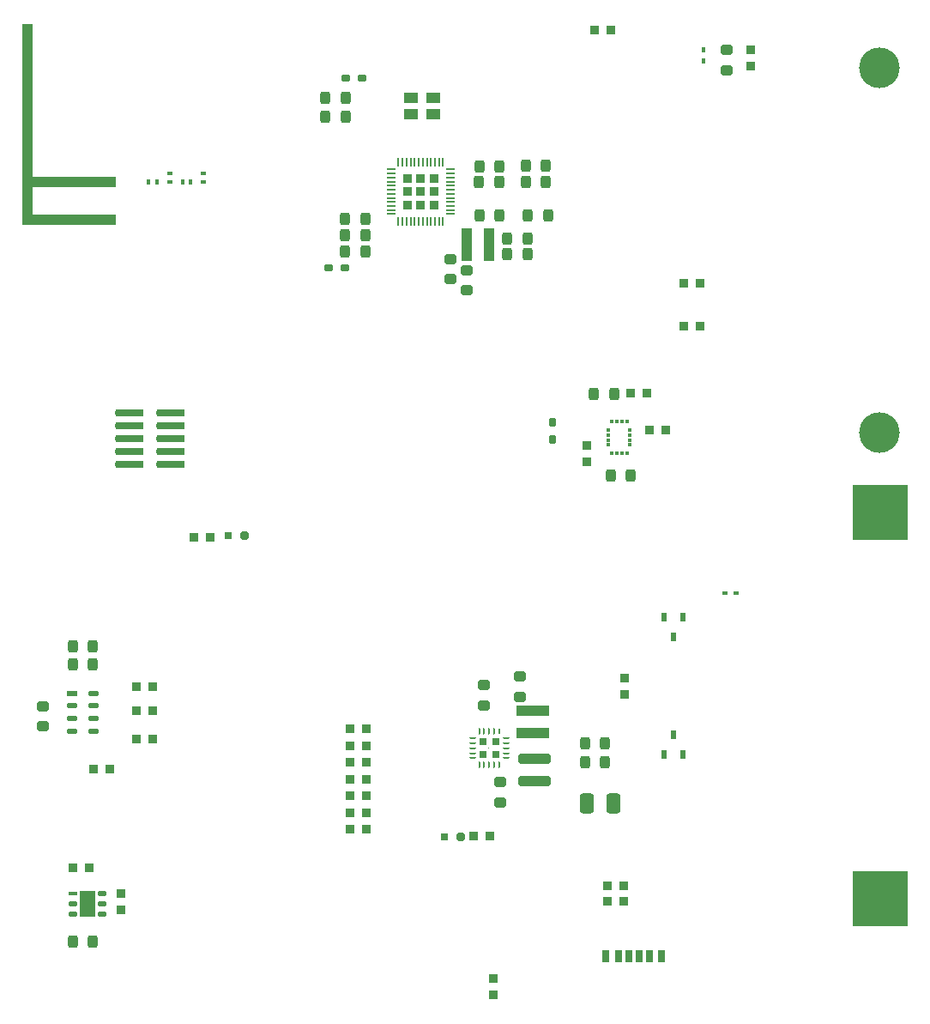
<source format=gtp>
G04*
G04 #@! TF.GenerationSoftware,Altium Limited,Altium Designer,24.1.2 (44)*
G04*
G04 Layer_Color=8421504*
%FSLAX44Y44*%
%MOMM*%
G71*
G04*
G04 #@! TF.SameCoordinates,E5ABD8C9-A6BE-45F1-A99E-A3D257ADB282*
G04*
G04*
G04 #@! TF.FilePolarity,Positive*
G04*
G01*
G75*
%ADD18R,0.9630X0.9630*%
%ADD19R,0.9630X0.9630*%
%ADD20R,0.7700X0.7700*%
G04:AMPARAMS|DCode=21|XSize=1.2mm|YSize=1mm|CornerRadius=0.25mm|HoleSize=0mm|Usage=FLASHONLY|Rotation=90.000|XOffset=0mm|YOffset=0mm|HoleType=Round|Shape=RoundedRectangle|*
%AMROUNDEDRECTD21*
21,1,1.2000,0.5000,0,0,90.0*
21,1,0.7000,1.0000,0,0,90.0*
1,1,0.5000,0.2500,0.3500*
1,1,0.5000,0.2500,-0.3500*
1,1,0.5000,-0.2500,-0.3500*
1,1,0.5000,-0.2500,0.3500*
%
%ADD21ROUNDEDRECTD21*%
G04:AMPARAMS|DCode=22|XSize=0.9mm|YSize=0.9mm|CornerRadius=0.225mm|HoleSize=0mm|Usage=FLASHONLY|Rotation=0.000|XOffset=0mm|YOffset=0mm|HoleType=Round|Shape=RoundedRectangle|*
%AMROUNDEDRECTD22*
21,1,0.9000,0.4500,0,0,0.0*
21,1,0.4500,0.9000,0,0,0.0*
1,1,0.4500,0.2250,-0.2250*
1,1,0.4500,-0.2250,-0.2250*
1,1,0.4500,-0.2250,0.2250*
1,1,0.4500,0.2250,0.2250*
%
%ADD22ROUNDEDRECTD22*%
%ADD23O,0.2200X0.8600*%
%ADD24R,0.2200X0.8600*%
%ADD25O,0.8600X0.2200*%
G04:AMPARAMS|DCode=26|XSize=1.2mm|YSize=1mm|CornerRadius=0.25mm|HoleSize=0mm|Usage=FLASHONLY|Rotation=0.000|XOffset=0mm|YOffset=0mm|HoleType=Round|Shape=RoundedRectangle|*
%AMROUNDEDRECTD26*
21,1,1.2000,0.5000,0,0,0.0*
21,1,0.7000,1.0000,0,0,0.0*
1,1,0.5000,0.3500,-0.2500*
1,1,0.5000,-0.3500,-0.2500*
1,1,0.5000,-0.3500,0.2500*
1,1,0.5000,0.3500,0.2500*
%
%ADD26ROUNDEDRECTD26*%
%ADD27R,5.5000X5.5000*%
G04:AMPARAMS|DCode=28|XSize=0.7mm|YSize=0.85mm|CornerRadius=0.175mm|HoleSize=0mm|Usage=FLASHONLY|Rotation=270.000|XOffset=0mm|YOffset=0mm|HoleType=Round|Shape=RoundedRectangle|*
%AMROUNDEDRECTD28*
21,1,0.7000,0.5000,0,0,270.0*
21,1,0.3500,0.8500,0,0,270.0*
1,1,0.3500,-0.2500,-0.1750*
1,1,0.3500,-0.2500,0.1750*
1,1,0.3500,0.2500,0.1750*
1,1,0.3500,0.2500,-0.1750*
%
%ADD28ROUNDEDRECTD28*%
%ADD29R,0.4500X0.5000*%
G04:AMPARAMS|DCode=30|XSize=2mm|YSize=1.4mm|CornerRadius=0.35mm|HoleSize=0mm|Usage=FLASHONLY|Rotation=90.000|XOffset=0mm|YOffset=0mm|HoleType=Round|Shape=RoundedRectangle|*
%AMROUNDEDRECTD30*
21,1,2.0000,0.7000,0,0,90.0*
21,1,1.3000,1.4000,0,0,90.0*
1,1,0.7000,0.3500,0.6500*
1,1,0.7000,0.3500,-0.6500*
1,1,0.7000,-0.3500,-0.6500*
1,1,0.7000,-0.3500,0.6500*
%
%ADD30ROUNDEDRECTD30*%
%ADD31R,0.5000X0.4500*%
G04:AMPARAMS|DCode=32|XSize=0.7mm|YSize=0.85mm|CornerRadius=0.175mm|HoleSize=0mm|Usage=FLASHONLY|Rotation=0.000|XOffset=0mm|YOffset=0mm|HoleType=Round|Shape=RoundedRectangle|*
%AMROUNDEDRECTD32*
21,1,0.7000,0.5000,0,0,0.0*
21,1,0.3500,0.8500,0,0,0.0*
1,1,0.3500,0.1750,-0.2500*
1,1,0.3500,-0.1750,-0.2500*
1,1,0.3500,-0.1750,0.2500*
1,1,0.3500,0.1750,0.2500*
%
%ADD32ROUNDEDRECTD32*%
%ADD33R,1.0000X3.2000*%
%ADD34R,0.8000X1.2000*%
%ADD35R,0.7600X1.2000*%
%ADD36R,0.7000X1.2000*%
%ADD37R,3.2000X1.0000*%
%ADD38R,0.8000X0.8000*%
G04:AMPARAMS|DCode=39|XSize=0.8mm|YSize=0.8mm|CornerRadius=0.2mm|HoleSize=0mm|Usage=FLASHONLY|Rotation=90.000|XOffset=0mm|YOffset=0mm|HoleType=Round|Shape=RoundedRectangle|*
%AMROUNDEDRECTD39*
21,1,0.8000,0.4000,0,0,90.0*
21,1,0.4000,0.8000,0,0,90.0*
1,1,0.4000,0.2000,0.2000*
1,1,0.4000,0.2000,-0.2000*
1,1,0.4000,-0.2000,-0.2000*
1,1,0.4000,-0.2000,0.2000*
%
%ADD39ROUNDEDRECTD39*%
G04:AMPARAMS|DCode=40|XSize=0.9mm|YSize=0.9mm|CornerRadius=0.225mm|HoleSize=0mm|Usage=FLASHONLY|Rotation=270.000|XOffset=0mm|YOffset=0mm|HoleType=Round|Shape=RoundedRectangle|*
%AMROUNDEDRECTD40*
21,1,0.9000,0.4500,0,0,270.0*
21,1,0.4500,0.9000,0,0,270.0*
1,1,0.4500,-0.2250,-0.2250*
1,1,0.4500,-0.2250,0.2250*
1,1,0.4500,0.2250,0.2250*
1,1,0.4500,0.2250,-0.2250*
%
%ADD40ROUNDEDRECTD40*%
G04:AMPARAMS|DCode=41|XSize=2.794mm|YSize=0.7366mm|CornerRadius=0.1842mm|HoleSize=0mm|Usage=FLASHONLY|Rotation=0.000|XOffset=0mm|YOffset=0mm|HoleType=Round|Shape=RoundedRectangle|*
%AMROUNDEDRECTD41*
21,1,2.7940,0.3683,0,0,0.0*
21,1,2.4257,0.7366,0,0,0.0*
1,1,0.3683,1.2129,-0.1842*
1,1,0.3683,-1.2129,-0.1842*
1,1,0.3683,-1.2129,0.1842*
1,1,0.3683,1.2129,0.1842*
%
%ADD41ROUNDEDRECTD41*%
%ADD42R,8.4074X1.0160*%
%ADD43R,0.9906X19.8628*%
%ADD44R,0.4000X0.5000*%
G04:AMPARAMS|DCode=45|XSize=0.5mm|YSize=0.4mm|CornerRadius=0.1mm|HoleSize=0mm|Usage=FLASHONLY|Rotation=270.000|XOffset=0mm|YOffset=0mm|HoleType=Round|Shape=RoundedRectangle|*
%AMROUNDEDRECTD45*
21,1,0.5000,0.2000,0,0,270.0*
21,1,0.3000,0.4000,0,0,270.0*
1,1,0.2000,-0.1000,-0.1500*
1,1,0.2000,-0.1000,0.1500*
1,1,0.2000,0.1000,0.1500*
1,1,0.2000,0.1000,-0.1500*
%
%ADD45ROUNDEDRECTD45*%
%ADD46R,1.4000X1.1000*%
G04:AMPARAMS|DCode=47|XSize=0.5mm|YSize=0.4mm|CornerRadius=0.1mm|HoleSize=0mm|Usage=FLASHONLY|Rotation=180.000|XOffset=0mm|YOffset=0mm|HoleType=Round|Shape=RoundedRectangle|*
%AMROUNDEDRECTD47*
21,1,0.5000,0.2000,0,0,180.0*
21,1,0.3000,0.4000,0,0,180.0*
1,1,0.2000,-0.1500,0.1000*
1,1,0.2000,0.1500,0.1000*
1,1,0.2000,0.1500,-0.1000*
1,1,0.2000,-0.1500,-0.1000*
%
%ADD47ROUNDEDRECTD47*%
%ADD48R,0.5000X0.4000*%
%ADD49R,0.0500X0.0500*%
G04:AMPARAMS|DCode=50|XSize=0.24mm|YSize=0.6mm|CornerRadius=0.06mm|HoleSize=0mm|Usage=FLASHONLY|Rotation=270.000|XOffset=0mm|YOffset=0mm|HoleType=Round|Shape=RoundedRectangle|*
%AMROUNDEDRECTD50*
21,1,0.2400,0.4800,0,0,270.0*
21,1,0.1200,0.6000,0,0,270.0*
1,1,0.1200,-0.2400,-0.0600*
1,1,0.1200,-0.2400,0.0600*
1,1,0.1200,0.2400,0.0600*
1,1,0.1200,0.2400,-0.0600*
%
%ADD50ROUNDEDRECTD50*%
G04:AMPARAMS|DCode=51|XSize=0.24mm|YSize=0.6mm|CornerRadius=0.06mm|HoleSize=0mm|Usage=FLASHONLY|Rotation=0.000|XOffset=0mm|YOffset=0mm|HoleType=Round|Shape=RoundedRectangle|*
%AMROUNDEDRECTD51*
21,1,0.2400,0.4800,0,0,0.0*
21,1,0.1200,0.6000,0,0,0.0*
1,1,0.1200,0.0600,-0.2400*
1,1,0.1200,-0.0600,-0.2400*
1,1,0.1200,-0.0600,0.2400*
1,1,0.1200,0.0600,0.2400*
%
%ADD51ROUNDEDRECTD51*%
G04:AMPARAMS|DCode=52|XSize=0.24mm|YSize=0.6mm|CornerRadius=0.06mm|HoleSize=0mm|Usage=FLASHONLY|Rotation=270.000|XOffset=0mm|YOffset=0mm|HoleType=Round|Shape=RoundedRectangle|*
%AMROUNDEDRECTD52*
21,1,0.2400,0.4800,0,0,270.0*
21,1,0.1200,0.6000,0,0,270.0*
1,1,0.1200,-0.2400,-0.0600*
1,1,0.1200,-0.2400,0.0600*
1,1,0.1200,0.2400,0.0600*
1,1,0.1200,0.2400,-0.0600*
%
%ADD52ROUNDEDRECTD52*%
%ADD53R,0.2400X0.6000*%
%ADD54R,0.5600X0.9500*%
%ADD55C,4.0000*%
G04:AMPARAMS|DCode=56|XSize=3.2mm|YSize=1mm|CornerRadius=0.25mm|HoleSize=0mm|Usage=FLASHONLY|Rotation=0.000|XOffset=0mm|YOffset=0mm|HoleType=Round|Shape=RoundedRectangle|*
%AMROUNDEDRECTD56*
21,1,3.2000,0.5000,0,0,0.0*
21,1,2.7000,1.0000,0,0,0.0*
1,1,0.5000,1.3500,-0.2500*
1,1,0.5000,-1.3500,-0.2500*
1,1,0.5000,-1.3500,0.2500*
1,1,0.5000,1.3500,0.2500*
%
%ADD56ROUNDEDRECTD56*%
G04:AMPARAMS|DCode=57|XSize=0.55mm|YSize=1.05mm|CornerRadius=0.1375mm|HoleSize=0mm|Usage=FLASHONLY|Rotation=90.000|XOffset=0mm|YOffset=0mm|HoleType=Round|Shape=RoundedRectangle|*
%AMROUNDEDRECTD57*
21,1,0.5500,0.7750,0,0,90.0*
21,1,0.2750,1.0500,0,0,90.0*
1,1,0.2750,0.3875,0.1375*
1,1,0.2750,0.3875,-0.1375*
1,1,0.2750,-0.3875,-0.1375*
1,1,0.2750,-0.3875,0.1375*
%
%ADD57ROUNDEDRECTD57*%
%ADD58R,1.0500X0.5500*%
%ADD59R,0.8500X0.4500*%
G04:AMPARAMS|DCode=60|XSize=0.45mm|YSize=0.85mm|CornerRadius=0.1125mm|HoleSize=0mm|Usage=FLASHONLY|Rotation=90.000|XOffset=0mm|YOffset=0mm|HoleType=Round|Shape=RoundedRectangle|*
%AMROUNDEDRECTD60*
21,1,0.4500,0.6250,0,0,90.0*
21,1,0.2250,0.8500,0,0,90.0*
1,1,0.2250,0.3125,0.1125*
1,1,0.2250,0.3125,-0.1125*
1,1,0.2250,-0.3125,-0.1125*
1,1,0.2250,-0.3125,0.1125*
%
%ADD60ROUNDEDRECTD60*%
%ADD61R,1.6000X2.5000*%
%ADD62R,0.3000X0.3000*%
%ADD63R,0.3000X0.3000*%
D18*
X411658Y824905D02*
D03*
X398490D02*
D03*
Y811738D02*
D03*
Y798568D02*
D03*
D19*
X411661Y811738D02*
D03*
Y798568D02*
D03*
X385320Y824905D02*
D03*
Y811738D02*
D03*
Y798568D02*
D03*
D20*
X472440Y256540D02*
D03*
X459740D02*
D03*
X472440Y269240D02*
D03*
X459740D02*
D03*
D21*
X521810Y821690D02*
D03*
X501810D02*
D03*
X323756Y785114D02*
D03*
X343756D02*
D03*
X456090Y788162D02*
D03*
X476090D02*
D03*
X304452Y904494D02*
D03*
X324452D02*
D03*
X324198Y885952D02*
D03*
X304198D02*
D03*
X343756Y752856D02*
D03*
X323756D02*
D03*
X343756Y768604D02*
D03*
X323756D02*
D03*
X504096Y788670D02*
D03*
X524096D02*
D03*
X475836Y821182D02*
D03*
X455836D02*
D03*
X483776Y765810D02*
D03*
X503776D02*
D03*
X74770Y345440D02*
D03*
X54770D02*
D03*
Y363220D02*
D03*
X74770D02*
D03*
X569120Y612140D02*
D03*
X589120D02*
D03*
X605630Y531876D02*
D03*
X585630D02*
D03*
X74770Y72390D02*
D03*
X54770D02*
D03*
X580230Y267970D02*
D03*
X560230D02*
D03*
X580230Y248920D02*
D03*
X560230D02*
D03*
X503776Y750570D02*
D03*
X483776D02*
D03*
X501810Y837184D02*
D03*
X521810D02*
D03*
X456090Y836930D02*
D03*
X476090D02*
D03*
D22*
X723900Y935610D02*
D03*
Y951610D02*
D03*
X599440Y315850D02*
D03*
Y331850D02*
D03*
X562610Y545720D02*
D03*
Y561720D02*
D03*
X102870Y103760D02*
D03*
Y119760D02*
D03*
X469900Y19940D02*
D03*
Y35940D02*
D03*
D23*
X420490Y782388D02*
D03*
X416490Y841088D02*
D03*
X412490D02*
D03*
X408490D02*
D03*
X404490D02*
D03*
X400490D02*
D03*
X396490D02*
D03*
X392491D02*
D03*
X388490D02*
D03*
X384491D02*
D03*
X380490D02*
D03*
X376491D02*
D03*
Y782388D02*
D03*
X380490D02*
D03*
X384491D02*
D03*
X388490D02*
D03*
X392491D02*
D03*
X396490D02*
D03*
X400490D02*
D03*
X408490D02*
D03*
X412490D02*
D03*
X416490D02*
D03*
X404490D02*
D03*
D24*
X420490Y841088D02*
D03*
D25*
X369140Y833738D02*
D03*
Y829738D02*
D03*
Y825738D02*
D03*
Y821738D02*
D03*
Y817738D02*
D03*
Y813738D02*
D03*
Y809738D02*
D03*
Y805738D02*
D03*
Y801738D02*
D03*
Y797738D02*
D03*
Y793738D02*
D03*
Y789738D02*
D03*
X427841D02*
D03*
Y793738D02*
D03*
Y797738D02*
D03*
Y801738D02*
D03*
Y805738D02*
D03*
Y809738D02*
D03*
Y813738D02*
D03*
Y817738D02*
D03*
Y821738D02*
D03*
Y825738D02*
D03*
Y829738D02*
D03*
Y833738D02*
D03*
D26*
X700278Y931578D02*
D03*
Y951578D02*
D03*
X427492Y745330D02*
D03*
Y725330D02*
D03*
X25146Y284386D02*
D03*
Y304386D02*
D03*
X496570Y333342D02*
D03*
Y313342D02*
D03*
X461010Y324960D02*
D03*
Y304960D02*
D03*
X476758Y209616D02*
D03*
Y229616D02*
D03*
X443992Y714408D02*
D03*
Y734408D02*
D03*
D27*
X851916Y495554D02*
D03*
Y114554D02*
D03*
D28*
X340736Y923798D02*
D03*
X324236D02*
D03*
X307472Y736600D02*
D03*
X323972D02*
D03*
D29*
X677672Y951650D02*
D03*
Y940650D02*
D03*
D30*
X588310Y208788D02*
D03*
X562310D02*
D03*
D31*
X698588Y415544D02*
D03*
X709588D02*
D03*
D32*
X528066Y584068D02*
D03*
Y567568D02*
D03*
D33*
X443914Y759460D02*
D03*
X465914D02*
D03*
D34*
X581064Y57342D02*
D03*
X636064D02*
D03*
D35*
X593364D02*
D03*
X623764D02*
D03*
D36*
X603564D02*
D03*
X613564D02*
D03*
D37*
X509270Y277544D02*
D03*
Y299544D02*
D03*
D38*
X208626Y472425D02*
D03*
X422022Y175768D02*
D03*
D39*
X224626Y472425D02*
D03*
X438022Y175768D02*
D03*
D40*
X190336Y471155D02*
D03*
X174336D02*
D03*
X624460Y576580D02*
D03*
X640460D02*
D03*
X658115Y721233D02*
D03*
X674115D02*
D03*
X658115Y678815D02*
D03*
X674115D02*
D03*
X605410Y613410D02*
D03*
X621410D02*
D03*
X585850Y971550D02*
D03*
X569850D02*
D03*
X344550Y265430D02*
D03*
X328550D02*
D03*
X133730Y323850D02*
D03*
X117730D02*
D03*
X133730Y299720D02*
D03*
X117730D02*
D03*
X328550Y281940D02*
D03*
X344550D02*
D03*
X71500Y144780D02*
D03*
X55500D02*
D03*
X582550Y111760D02*
D03*
X598550D02*
D03*
X582550Y127000D02*
D03*
X598550D02*
D03*
X344550Y232410D02*
D03*
X328550D02*
D03*
X344550Y248920D02*
D03*
X328550D02*
D03*
X344550Y199390D02*
D03*
X328550D02*
D03*
X133730Y271780D02*
D03*
X117730D02*
D03*
X91820Y242570D02*
D03*
X75820D02*
D03*
X344550Y182880D02*
D03*
X328550D02*
D03*
X344550Y215900D02*
D03*
X328550D02*
D03*
X466470Y176276D02*
D03*
X450470D02*
D03*
D41*
X110998Y593344D02*
D03*
X151638D02*
D03*
X110998Y580644D02*
D03*
X151638D02*
D03*
X110998Y567944D02*
D03*
X151638D02*
D03*
X110998Y555244D02*
D03*
X151638D02*
D03*
X110998Y542544D02*
D03*
X151638D02*
D03*
D42*
X56007Y821690D02*
D03*
Y783844D02*
D03*
D43*
X10033Y878078D02*
D03*
D44*
X138019Y821753D02*
D03*
X163293D02*
D03*
X171293D02*
D03*
D45*
X130019D02*
D03*
D46*
X410761Y904097D02*
D03*
X388760D02*
D03*
X388756Y888099D02*
D03*
X410756D02*
D03*
D47*
X150435Y829753D02*
D03*
X183585Y829753D02*
D03*
D48*
X150435Y821753D02*
D03*
X183585Y821753D02*
D03*
D49*
X466090Y262890D02*
D03*
D50*
X482590Y272890D02*
D03*
Y267890D02*
D03*
Y262890D02*
D03*
Y257890D02*
D03*
Y252890D02*
D03*
X449590D02*
D03*
Y262890D02*
D03*
Y267890D02*
D03*
Y272890D02*
D03*
D51*
X476090Y246390D02*
D03*
X471090D02*
D03*
X466090D02*
D03*
X461090D02*
D03*
X456090D02*
D03*
Y279390D02*
D03*
X461090D02*
D03*
X466090D02*
D03*
X471090D02*
D03*
D52*
X449590Y257890D02*
D03*
D53*
X476090Y279390D02*
D03*
D54*
X657200Y392020D02*
D03*
X638200D02*
D03*
X647700Y372520D02*
D03*
Y276450D02*
D03*
X657200Y256950D02*
D03*
X638200D02*
D03*
D55*
X850900Y574040D02*
D03*
Y934040D02*
D03*
D56*
X510540Y252730D02*
D03*
Y230730D02*
D03*
D57*
X75610Y317100D02*
D03*
Y304600D02*
D03*
Y292100D02*
D03*
Y279600D02*
D03*
X54610D02*
D03*
Y292100D02*
D03*
Y304600D02*
D03*
D58*
Y317100D02*
D03*
D59*
X55350Y119220D02*
D03*
D60*
Y109220D02*
D03*
Y99220D02*
D03*
X84350D02*
D03*
Y109220D02*
D03*
Y119220D02*
D03*
D61*
X69850Y109220D02*
D03*
D62*
X596900Y553720D02*
D03*
X591900D02*
D03*
X586900D02*
D03*
Y585220D02*
D03*
X591900D02*
D03*
X596900D02*
D03*
X601900D02*
D03*
Y553720D02*
D03*
D63*
X583900Y561970D02*
D03*
Y566970D02*
D03*
Y571970D02*
D03*
Y576970D02*
D03*
X604900D02*
D03*
Y571970D02*
D03*
Y566970D02*
D03*
Y561970D02*
D03*
M02*

</source>
